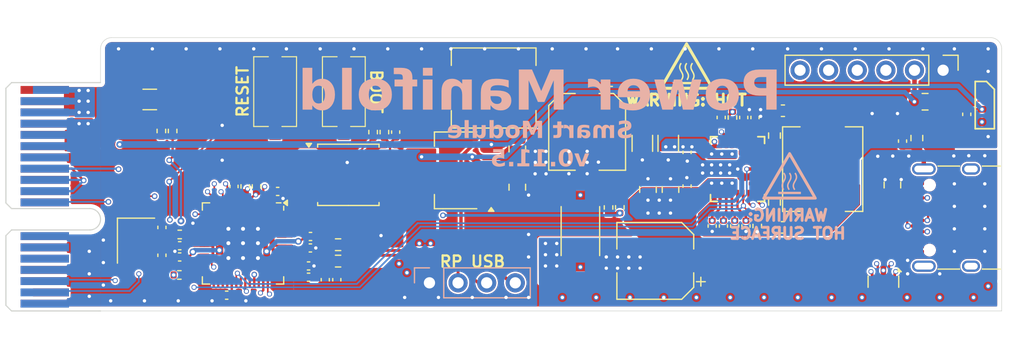
<source format=kicad_pcb>
(kicad_pcb (version 20240108) (generator "pcbnew") (generator_version "8.0")
  (title_block (date "2024-06-29") (rev "v0.11.5"))
  (layers (0 "F.Cu" signal) (1 "In1.Cu" power) (2 "In2.Cu" power) (31 "B.Cu" signal) (34 "B.Paste" user) (35 "F.Paste" user) (36 "B.SilkS" user "B.Silkscreen") (37 "F.SilkS" user "F.Silkscreen") (38 "B.Mask" user) (39 "F.Mask" user) (44 "Edge.Cuts" user))
  (net 0 "")
  (net 1 "VCC")
  (net 2 "GND")
  (net 3 "Net-(C3-Pad1)")
  (net 4 "VIN")
  (net 5 "IMON")
  (net 6 "VBUS")
  (net 7 "Net-(U4-ICOMP)")
  (net 8 "GNDUSB")
  (net 9 "D-")
  (net 10 "D+")
  (net 11 "CC1")
  (net 12 "CC2")
  (net 13 "Net-(C18-Pad1)")
  (net 14 "LED_DIN")
  (net 15 "+5V")
  (net 16 "Net-(C23-Pad2)")
  (net 17 "SCL")
  (net 18 "ENABLE")
  (net 19 "SDA")
  (net 20 "VDD")
  (net 21 "OVERLOAD")
  (net 22 "ALERT")
  (net 24 "/INDUCTOR")
  (net 25 "/OUTDUCTOR")
  (net 26 "/EMI_VIN")
  (net 27 "/XIN")
  (net 28 "+1V1")
  (net 29 "RP_D-")
  (net 30 "/SWCLK")
  (net 31 "/SWD")
  (net 32 "/QSPI_SS")
  (net 33 "/XOUT")
  (net 34 "/QSPI_SD1")
  (net 35 "/QSPI_SD2")
  (net 36 "/QSPI_SD3")
  (net 37 "/QSPI_SD0")
  (net 38 "/QSPI_SCLK")
  (net 39 "/GPIO18")
  (net 40 "/GPIO15")
  (net 41 "/GPIO7")
  (net 42 "/GPIO25")
  (net 43 "/GPIO3")
  (net 44 "/GPIO11")
  (net 45 "/GPIO2")
  (net 46 "/GPIO0")
  (net 47 "/RUN")
  (net 48 "/GPIO8")
  (net 49 "/GPIO16")
  (net 50 "/GPIO20")
  (net 51 "/GPIO19")
  (net 52 "/GPIO14")
  (net 53 "/GPIO17")
  (net 54 "Net-(U4-BST1)")
  (net 55 "/GPIO6")
  (net 56 "/GPIO13")
  (net 57 "/GPIO10")
  (net 58 "/GPIO21")
  (net 59 "/GPIO23")
  (net 60 "/GPIO9")
  (net 61 "Net-(U3-USB_DP)")
  (net 62 "Net-(U3-USB_DM)")
  (net 64 "/VIN_PREFUSE")
  (net 65 "Net-(U4-BST2)")
  (net 66 "VIN_DIVIDER")
  (net 67 "VOUT_DIVIDER")
  (net 68 "RP_D+")
  (net 69 "Net-(J4-SHIELD)")
  (net 79 "Net-(R4-Pad1)")
  (net 80 "/GPIO27_ADC1")
  (net 81 "Net-(R1-Pad2)")
  (net 82 "+3.3V")
  (net 84 "Net-(U4-GPIO1)")
  (footprint "Capacitor_SMD:C_0402_1005Metric" (layer "F.Cu") (at 92.1 33.1 90)
    (property "Reference" "C7" (hide yes))
    (property "Value" "2.2uF")
  )
  (footprint "Connector_USB:USB_C_Receptacle_XKB_U262-16XN-4BVC11" (layer "F.Cu") (at 110.2 42 90)
    (property "Reference" "J4" (hide yes))
    (property "Value" "USB_C_Receptacle_USB2.0_14P")
  )
  (footprint "Resistor_SMD:R_0603_1608Metric" (layer "F.Cu") (at 106.47 34.93 90)
    (property "Reference" "R18" (hide yes))
    (property "Value" "100K")
  )
  (footprint "Capacitor_SMD:C_1206_3216Metric" (layer "F.Cu") (at 82.1 35.4 -90)
    (property "Reference" "C13" (hide yes))
    (property "Value" "4.7uF")
  )
  (footprint "Resistor_SMD:R_0402_1005Metric" (layer "F.Cu") (at 58.2 34.4 90)
    (property "Reference" "R1" (hide yes))
    (property "Value" "1K")
  )
  (footprint "Capacitor_SMD:C_0402_1005Metric" (layer "F.Cu") (at 41.03 44.5 180)
    (property "Reference" "C25" (hide yes))
    (property "Value" "100nF")
  )
  (footprint "Local Library:XKB_TS-1101_SWITCH" (layer "F.Cu") (at 55.6 30.8 -90)
    (property "Reference" "SW1" (hide yes))
    (property "Value" "BOOT")
  )
  (footprint "Inductor_SMD:L_Sunlord_MWSA0603S" (layer "F.Cu") (at 98.11 37.69 -90)
    (property "Reference" "L2" (hide yes))
    (property "Value" "4.7uH")
  )
  (footprint "Resistor_SMD:R_0402_1005Metric" (layer "F.Cu") (at 79.1 41.1 90)
    (property "Reference" "R17" (hide yes))
    (property "Value" "3.3K")
  )
  (footprint "Capacitor_SMD:C_0402_1005Metric" (layer "F.Cu") (at 86.07 36.2 -90)
    (property "Reference" "C14" (hide yes))
    (property "Value" "100nF")
  )
  (footprint "Resistor_SMD:R_0402_1005Metric" (layer "F.Cu") (at 41 47.1)
    (property "Reference" "R4" (hide yes))
    (property "Value" "1K")
  )
  (footprint "Capacitor_SMD:C_0402_1005Metric" (layer "F.Cu") (at 39.45 45.35 -90)
    (property "Reference" "C3" (hide yes))
    (property "Value" "39pF")
  )
  (footprint "Capacitor_SMD:C_0402_1005Metric" (layer "F.Cu") (at 91.3 42.75 -90)
    (property "Reference" "C33" (hide yes))
    (property "Value" "470pF")
  )
  (footprint "Local Library:HOT_SURFACE_SMALL" (layer "F.Cu") (at 86.2 30.734249)
    (property "Reference" "REF**" (hide yes))
    (property "Value" "HOT_SURFACE_SMALL")
  )
  (footprint "Resistor_SMD:R_0402_1005Metric" (layer "F.Cu") (at 92.3 42.75 -90)
    (property "Reference" "R5" (hide yes))
    (property "Value" "10K")
  )
  (footprint "Capacitor_SMD:CP_Elec_6.3x7.7" (layer "F.Cu") (at 83.25 45.85 180)
    (property "Reference" "C29" (hide yes))
    (property "Value" "100uF")
  )
  (footprint "Capacitor_SMD:C_0402_1005Metric" (layer "F.Cu") (at 54.975 47.525 90)
    (property "Reference" "C30" (hide yes))
    (property "Value" "100nF")
  )
  (footprint "Package_TO_SOT_SMD:SOT-223-3_TabPin2" (layer "F.Cu") (at 65.55 37.8 180)
    (property "Reference" "U1" (hide yes))
    (property "Value" "AMS1117-3.3")
  )
  (footprint "Resistor_SMD:R_0603_1608Metric" (layer "F.Cu") (at 93.83 34.71 90)
    (property "Reference" "R7" (hide yes))
    (property "Value" "10R")
  )
  (footprint "Capacitor_SMD:C_0402_1005Metric" (layer "F.Cu") (at 52.47 47.3)
    (property "Reference" "C16" (hide yes))
    (property "Value" "2.2uF")
  )
  (footprint "Capacitor_SMD:C_0402_1005Metric" (layer "F.Cu") (at 52.64 43.68)
    (property "Reference" "C6" (hide yes))
    (property "Value" "100nF")
  )
  (footprint "Capacitor_SMD:C_0402_1005Metric" (layer "F.Cu") (at 52.63 44.7)
    (property "Reference" "C15" (hide yes))
    (property "Value" "100nF")
  )
  (footprint "Capacitor_SMD:C_0402_1005Metric" (layer "F.Cu") (at 41.025 45.5 180)
    (property "Reference" "C9" (hide yes))
    (property "Value" "100nF")
  )
  (footprint "Capacitor_SMD:C_0805_2012Metric" (layer "F.Cu") (at 71 35.9 -90)
    (property "Reference" "C1" (hide yes))
    (property "Value" "10uF")
  )
  (footprint "Resistor_SMD:R_0402_1005Metric" (layer "F.Cu") (at 47.85 39.23 -90)
    (property "Reference" "R11" (hide yes))
    (property "Value" "10K")
  )
  (footprint "Resistor_SMD:R_0402_1005Metric" (layer "F.Cu") (at 80.1 41.09 -90)
    (property "Reference" "R16" (hide yes))
    (property "Value" "22K")
  )
  (footprint "Resistor_SMD:R_0402_1005Metric" (layer "F.Cu") (at 40.4 34.3 -90)
    (property "Reference" "R14" (hide yes))
    (property "Value" "22K")
  )
  (footprint "Capacitor_SMD:C_0402_1005Metric" (layer "F.Cu") (at 49.725 39.675)
    (property "Reference" "C17" (hide yes))
    (property "Value" "100nF")
  )
  (footprint "Capacitor_SMD:C_0402_1005Metric" (layer "F.Cu") (at 86.07 39.2 90)
    (property "Reference" "C26" (hide yes))
    (property "Value" "100nF")
  )
  (footprint "Capacitor_SMD:C_0402_1005Metric" (layer "F.Cu") (at 110.9 32.82 -90)
    (property "Reference" "C37" (hide yes))
    (property "Value" "2.2uF")
  )
  (footprint "Capacitor_SMD:C_0402_1005Metric" (layer "F.Cu") (at 105.2 35.2 90)
    (property "Reference" "C35" (hide yes))
    (property "Value" "100nF")
  )
  (footprint "Connector_PCBEdge:BUS_PCIexpress_x1" (layer "F.Cu") (at 29.05 30.65 -90)
    (property "Reference" "J2" (hide yes))
    (property "Value" "Bus_PCI_Express_x1")
    (fp_line (start -0.15 3.45) (end 10.05 3.45) (stroke (width 0.1)) (layer "Edge.Cuts"))
    (fp_line (start 12.95 3.45) (end 19.15 3.45) (stroke (width 0.1)) (layer "Edge.Cuts"))
    (fp_line (start -0.65 2.95) (end -0.15 3.45) (stroke (width 0.1)) (layer "Edge.Cuts"))
    (fp_line (start 10.55 2.95) (end 10.05 3.45) (stroke (width 0.1)) (layer "Edge.Cuts"))
    (fp_line (start 12.45 2.95) (end 12.95 3.45) (stroke (width 0.1)) (layer "Edge.Cuts"))
    (fp_line (start 19.65 2.95) (end 19.15 3.45) (stroke (width 0.1)) (layer "Edge.Cuts"))
    (fp_line (start 10.55 -4) (end 10.55 2.95) (stroke (width 0.1)) (layer "Edge.Cuts"))
    (fp_line (start 12.45 -4) (end 12.45 2.95) (stroke (width 0.1)) (layer "Edge.Cuts"))
    (fp_line (start -0.65 -4.95) (end -0.65 2.95) (stroke (width 0.1)) (layer "Edge.Cuts"))
    (fp_line (start 19.65 -4.95) (end 19.65 2.95) (stroke (width 0.1)) (layer "Edge.Cuts"))
    (fp_arc (start 10.55 -4) (mid 11.5 -4.95) (end 12.45 -4) (stroke (width 0.1)) (layer "Edge.Cuts"))
  )
  (footprint "Capacitor_SMD:C_0805_2012Metric" (layer "F.Cu") (at 104.3 39.1 -90)
    (property "Reference" "C28" (hide yes))
    (property "Value" "10uF")
  )
  (footprint "Capacitor_SMD:C_0402_1005Metric" (layer "F.Cu") (at 90.3 42.75 -90)
    (property "Reference" "C31" (hide yes))
    (property "Value" "470pF")
  )
  (footprint "Resistor_SMD:R_0402_1005Metric" (layer "F.Cu") (at 46.85 39.23 -90)
    (property "Reference" "R13" (hide yes))
    (property "Value" "10K")
  )
  (footprint "Capacitor_SMD:C_0805_2012Metric" (layer "F.Cu") (at 82.6 39.5 90)
    (property "Reference" "C21" (hide yes))
    (property "Value" "10uF")
  )
  (footprint "Local Library:MPQ4242_QNF-22_4mmx5mm" (layer "F.Cu") (at 90.55 37.685)
    (property "Reference" "U4" (hide yes))
    (property "Value" "MPQ4242")
  )
  (footprint "Fuse:Fuse_1206_3216Metric" (layer "F.Cu") (at 38.37 31.5 180)
    (property "Reference" "F1" (hide yes))
    (property "Value" "8A")
  )
  (footprint "Capacitor_SMD:C_0402_1005Metric" (layer "F.Cu") (at 89.3 42.75 -90)
    (property "Reference" "C32" (hide yes))
    (property "Value" "470pF")
  )
  (footprint "Capacitor_SMD:C_0805_2012Metric" (layer "F.Cu") (at 84.6 39.5 90)
    (property "Reference" "C24" (hide yes))
    (property "Value" "10uF")
  )
  (footprint "Capacitor_SMD:C_0402_1005Metric" (layer "F.Cu") (at 88.3 42.75 -90)
    (property "Reference" "C34" (hide yes))
    (property "Value" "470pF")
  )
  (footprint "Connector_PinHeader_2.54mm:PinHeader_1x06_P2.54mm_Vertical" (layer "F.Cu") (at 108.8 28.9 -90)
    (property "Reference" "J1" (hide yes))
    (property "Value" "Conn_01x06_Pin")
  )
  (footprint "Capacitor_SMD:C_0402_1005Metric" (layer "F.Cu") (at 91.1 33.1 90)
    (property "Reference" "C8" (hide yes))
    (property "Value" "470pF")
  )
  (footprint "Capacitor_SMD:CP_Elec_6.3x7.7" (layer "F.Cu") (at 77.2 34.38 -90)
    (property "Reference" "C11" (hide yes))
    (property "Value" "100uF")
  )
  (footprint "Package_DFN_QFN:QFN-56-1EP_7x7mm_P0.4mm_EP3.2x3.2mm" (layer "F.Cu") (at 46.65 44.3 -90)
    (property "Reference" "U3" (hide yes))
    (property "Value" "RP2040")
  )
  (footprint "Crystal:Crystal_SMD_3225-4Pin_3.2x2.5mm" (layer "F.Cu") (at 37.15 44.05 -90)
    (property "Reference" "Y1" (hide yes))
    (property "Value" "X322512MSB4SI")
  )
  (footprint "Capacitor_SMD:C_0805_2012Metric" (layer "F.Cu") (at 71 39.3 -90)
    (property "Reference" "C4" (hide yes))
    (property "Value" "10uF")
  )
  (footprint "Resistor_SMD:R_0402_1005Metric" (layer "F.Cu") (at 59.2 34.4 90)
    (property "Reference" "R2" (hide yes))
    (property "Value" "10K")
  )
  (footprint "Resistor_SMD:R_0402_1005Metric" (layer "F.Cu") (at 90.1 33.1 -90)
    (property "Reference" "R8" (hide yes))
    (property "Value" "4.7K")
  )
  (footprint "Resistor_SMD:R_0603_1608Metric" (layer "F.Cu") (at 93.83 40.66 90)
    (property "Reference" "R12" (hide yes))
    (property "Value" "0R")
  )
  (footprint "Local Library:LED_Neopixel_Side_Light_SK6812" (layer "F.Cu") (at 112.25 33.5 90)
    (property "Reference" "D2" (hide yes))
    (property "Value" "STATUS_LED")
  )
  (footprint "Capacitor_SMD:C_0603_1608Metric" (layer "F.Cu") (at 94.58 42.87 180)
    (property "Reference" "C23" (hide yes))
    (property "Value" "220nF")
  )
  (footprint "Capacitor_SMD:C_1206_3216Metric" (layer "F.Cu") (at 84.4 35.4 -90)
    (property "Reference" "C12" (hide yes))
    (property "Value" "4.7uF")
  )
  (footprint "Capacitor_SMD:C_0402_1005Metric" (layer "F.Cu") (at 45.2 48.9 180)
    (property "Reference" "C20" (hide yes))
    (property "Value" "100nF")
  )
  (footprint "Resistor_SMD:R_0603_1608Metric" (layer "F.Cu") (at 55.09 45.87 180)
    (property "Reference" "R10" (hide yes))
    (property "Value" "27R")
  )
  (footprint "Capacitor_SMD:C_0402_1005Metric" (layer "F.Cu") (at 52.47 46.3)
    (property "Reference" "C10" (hide yes))
    (property "Value" "2.2uF")
  )
  (footprint "Resistor_SMD:R_2512_6332Metric" (layer "F.Cu") (at 76.6 43.2 -90)
    (property "Reference" "R6" (hide yes))
    (property "Value" "R010")
  )
  (footprint "Capacitor_SMD:C_0402_1005Metric" (layer "F.Cu") (at 53.95 47.525 90)
    (property "Reference" "C27" (hide yes))
    (property "Value" "100nF")
  )
  (footprint "Package_SO:SOIC-8_5.23x5.23mm_P1.27mm" (layer "F.Cu") (at 56 38.2)
    (property "Reference" "U2" (hide yes))
    (property "Value" "W25Q32JVSSIQ")
  )
  (footprint "Resistor_SMD:R_0603_1608Metric" (layer "F.Cu") (at 55.09 44.41 180)
    (property "Reference" "R9" (hide yes))
    (property "Value" "27R")
  )
  (footprint "Resistor_SMD:R_0402_1005Metric" (layer "F.Cu") (at 39.4 34.3 90)
    (property "Reference" "R15" (hide yes))
    (property "Value" "2K")
  )
  (footprint "Capacitor_SMD:C_0805_2012Metric" (layer "F.Cu") (at 107.2 31.7)
    (property "Reference" "C36" (hide yes))
    (property "Value" "10uF")
  )
  (footprint "Local Library:XKB_TS-1101_SWITCH" (layer "F.Cu") (at 49.5 30.8 -90)
    (property "Reference" "SW2" (hide yes))
    (property "Value" "RESET")
  )
  (footprint "Capacitor_SMD:C_0402_1005Metric" (layer "F.Cu") (at 60.2 34.4 90)
    (property "Reference" "C5" (hide yes))
    (property "Value" "100nF")
  )
  (footprint "Capacitor_SMD:C_0603_1608Metric" (layer "F.Cu") (at 94.58 32.5)
    (property "Reference" "C18" (hide yes))
    (property "Value" "220nF")
  )
  (footprint "Capacitor_SMD:C_0402_1005Metric" (layer "F.Cu") (at 89.1 33.1 -90)
    (property "Reference" "C19" (hide yes))
    (property "Value" "4.7nF")
  )
  (footprint "Package_DFN_QFN:Diodes_UDFN-10_1.0x2.5mm_P0.5mm" (layer "F.Cu") (at 103.5 47.7 -90)
    (property "Reference" "D1" (hide yes))
    (property "Value" "TPD4EUSB30")
  )
  (footprint "Inductor_SMD:L_Sunlord_MWSA0603S" (layer "F.Cu") (at 68.9 30.48)
    (property "Reference" "L1" (hide yes))
    (property "Value" "4.7uH")
  )
  (footprint "Resistor_SMD:R_0402_1005Metric" (layer "F.Cu") (at 41.03 43.5 180)
    (property "Reference" "R3" (hide yes))
    (property "Value" "1K")
  )
  (footprint "Capacitor_SMD:C_0402_1005Metric" (layer "F.Cu") (at 45.85 39.23 90)
    (property "Reference" "C22" (hide yes))
    (property "Value" "100nF")
  )
  (footprint "Capacitor_SMD:C_0402_1005Metric" (layer "F.Cu") (at 39.45 42.875 90)
    (property "Reference" "C2" (hide yes))
    (property "Value" "39pF")
  )
  (footprint "Local Library:HOT_SURFACE_SMALL" (layer "B.Cu") (at 95 40.5 180)
    (property "Reference" "REF**" (hide yes))
    (property "Value" "HOT_SURFACE_SMALL")
  )
  (footprint "Connector_PinHeader_2.54mm:PinHeader_1x04_P2.54mm_Vertical" (layer "B.Cu") (at 63.2 47.8 -90)
    (property "Reference" "J3" (hide yes))
    (property "Value" "RP_USB")
  )
  (gr_arc (start 34 27) (mid 34.292893 26.292893) (end 35 26) (stroke (width 0.05)) (layer "Edge.Cuts"))
  (gr_arc (start 113 26) (mid 113.707107 26.292893) (end 114 27) (stroke (width 0.05)) (layer "Edge.Cuts"))
  (gr_line (start 35 26) (end 113 26) (stroke (width 0.05)) (layer "Edge.Cuts"))
  (gr_line (start 114 27) (end 114 50.3) (stroke (width 0.05)) (layer "Edge.Cuts"))
  (gr_line (start 114 50.3) (end 34 50.3) (stroke (width 0.05)) (layer "Edge.Cuts"))
  (gr_line (start 34 27) (end 34 30) (stroke (width 0.05)) (layer "Edge.Cuts"))
  (gr_text "WARNING:\nHOT SURFACE" (at 95 44 0) (layer "B.SilkS") (effects (font (size 1 1) (thickness 0.25) (bold yes)) (justify bottom mirror)))
  (gr_text "Smart Module\n${REVISION}" (at 73 37.7 0) (layer "B.SilkS") (effects (font (size 1.5 1.5) (thickness 0.3) (bold yes)) (justify bottom mirror)))
  (gr_text "Power Manifold" (at 73 33 0) (layer "B.SilkS") (effects (font (size 3.5 3.5) (thickness 0.2) (bold yes) (italic yes)) (justify bottom mirror)))
  (gr_text "BOOT" (at 57.9 30.8 270) (layer "F.SilkS") (effects (font (size 1 1) (thickness 0.2) (bold yes)) (justify bottom)))
  (gr_text "RP USB" (at 64 46.5 -0) (layer "F.SilkS") (effects (font (size 1 1) (thickness 0.2) (bold yes)) (justify left bottom)))
  (gr_text "WARNING: HOT" (at 86 32.15 0) (layer "F.SilkS") (effects (font (size 1 1) (thickness 0.25) (bold yes)) (justify bottom)))
  (gr_text "RESET" (at 47.2 30.8 90) (layer "F.SilkS") (effects (font (size 1 1) (thickness 0.2) (bold yes)) (justify bottom)))
  (segment (start 91.05 35.36) (end 91.05 34.63) (width 0.25) (layer "F.Cu") (net 1))
  (segment (start 91.05 34.63) (end 92.1 33.58) (width 0.25) (layer "F.Cu") (net 1))
  (segment (start 86.07 36.96) (end 86.09 36.98) (width 0.2) (layer "F.Cu") (net 2))
  (segment (start 89.13 34.38) (end 89.13 34.39) (width 0.25) (layer "F.Cu") (net 2))
  (segment (start 86.07 38.45) (end 86.05 38.45) (width 0.2) (layer "F.Cu") (net 2))
  (segment (start 86.07 36.95) (end 86.07 36.96) (width 0.2) (layer "F.Cu") (net 2))
  (segment (start 89.55 34.81) (end 89.55 35.36) (width 0.25) (layer "F.Cu") (net 2))
  (segment (start 89.13 34.39) (end 89.55 34.81) (width 0.25) (layer "F.Cu") (net 2))
  (via (at 59.5 27) (size 0.5) (drill 0.3) (layers "F.Cu" "B.Cu") (net 2))
  (via (at 95 27) (size 0.5) (drill 0.3) (layers "F.Cu" "B.Cu") (net 2))
  (via (at 105.6 49.1) (size 0.5) (drill 0.3) (layers "F.Cu" "B.Cu") (net 2))
  (via (at 55.9 37.1) (size 0.5) (drill 0.3) (layers "F.Cu" "B.Cu") (net 2))
  (via (at 45.35 45.6) (size 0.6) (drill 0.35) (layers "F.Cu" "B.Cu") (net 2))
  (via (at 92.6 32.4) (size 0.45) (drill 0.3) (layers "F.Cu" "B.Cu") (net 2))
  (via (at 44.8 33.8) (size 0.5) (drill 0.3) (layers "F.Cu" "B.Cu") (net 2))
  (via (at 72.6 36.11) (size 0.5) (drill 0.3) (layers "F.Cu" "B.Cu") (net 2))
  (via (at 52.95 46.3) (size 0.5) (drill 0.3) (layers "F.Cu" "B.Cu") (net 2))
  (via (at 37.9 49.4) (size 0.5) (drill 0.3) (layers "F.Cu" "B.Cu") (net 2))
  (via (at 74.1 27) (size 0.5) (drill 0.3) (layers "F.Cu" "B.Cu") (net 2))
  (via (at 46.9 49.4) (size 0.5) (drill 0.3) (layers "F.Cu" "B.Cu") (net 2))
  (via (at 107 27) (size 0.5) (drill 0.3) (layers "F.Cu" "B.Cu") (net 2))
  (via (at 103.5 46.7) (size 0.45) (drill 0.3) (layers "F.Cu" "B.Cu") (net 2))
  (via (at 82.9 27) (size 0.5) (drill 0.3) (layers "F.Cu" "B.Cu") (net 2))
  (via (at 112.8 29) (size 0.5) (drill 0.3) (layers "F.Cu" "B.Cu") (net 2))
  (via (at 91.6 32.4) (size 0.45) (drill 0.3) (layers "F.Cu" "B.Cu") (net 2))
  (via (at 88.9 27) (size 0.5) (drill 0.3) (layers "F.Cu" "B.Cu") (net 2))
  (via (at 86.09 36.98) (size 0.5) (drill 0.3) (layers "F.Cu" "B.Cu") (net 2))
  (via (at 72 45.5) (size 0.5) (drill 0.3) (layers "F.Cu" "B.Cu") (net 2))
  (via (at 70 49.1) (size 0.5) (drill 0.3) (layers "F.Cu" "B.Cu") (net 2))
  (via (at 53.5 27) (size 0.5) (drill 0.3) (layers "F.Cu" "B.Cu") (net 2))
  (via (at 104.75 32.75) (size 0.45) (drill 0.3) (layers "F.Cu" "B.Cu") (net 2))
  (via (at 72 43.5) (size 0.5) (drill 0.3) (layers "F.Cu" "B.Cu") (net 2))
  (via (at 73.55 36.11) (size 0.5) (drill 0.3) (layers "F.Cu" "B.Cu") (net 2))
  (via (at 92.6 33) (size 0.45) (drill 0.3) (layers "F.Cu" "B.Cu") (net 2))
  (via (at 87.45 37.315) (size 0.45) (drill 0.3) (layers "F.Cu" "B.Cu") (net 2))
  (via (at 64 49.1) (size 0.5) (drill 0.3) (layers "F.Cu" "B.Cu") (net 2))
  (via (at 84 49.1) (size 0.5) (drill 0.3) (layers "F.Cu" "B.Cu") (net 2))
  (via (at 46.65 43) (size 0.6) (drill 0.35) (layers "F.Cu" "B.Cu") (net 2))
  (via (at 89.85 37.315) (size 0.45) (drill 0.3) (layers "F.Cu" "B.Cu") (net 2))
  (via (at 111.5 49.1) (size 0.5) (drill 0.3) (layers "F.Cu" "B.Cu") (net 2))
  (via (at 41.6 27) (size 0.5) (drill 0.3) (layers "F.Cu" "B.Cu") (net 2))
  (via (at 86.05 38.45) (size 0.5) (drill 0.3) (layers "F.Cu" "B.Cu") (net 2))
  (via (at 101 27) (size 0.5) (drill 0.3) (layers "F.Cu" "B.Cu") (net 2))
  (via (at 77.2 37.09) (size 0.5) (drill 0.3) (layers "F.Cu" "B.Cu") (net 2))
  (via (at 34.25 48) (size 0.5) (drill 0.3) (layers "F.Cu" "B.Cu") (net 2))
  (via (at 79.9 27) (size 0.5) (drill 0.3) (layers "F.Cu" "B.Cu") (net 2))
  (via (at 86.9 49.1) (size 0.5) (drill 0.3) (layers "F.Cu" "B.Cu") (net 2))
  (via (at 81 49.1) (size 0.5) (drill 0.3) (layers "F.Cu" "B.Cu") (net 2))
  (via (at 112.8 27) (size 0.5) (drill 0.3) (layers "F.Cu" "B.Cu") (net 2))
  (via (at 102.5 32.75) (size 0.45) (drill 0.3) (layers "F.Cu" "B.Cu") (net 2))
  (via (at 72 49.1) (size 0.5) (drill 0.3) (layers "F.Cu" "B.Cu") (net 2))
  (via (at 68.1 27) (size 0.5) (drill 0.3) (layers "F.Cu" "B.Cu") (net 2))
  (via (at 42.2 42.5) (size 0.5) (drill 0.3) (layers "F.Cu" "B.Cu") (net 2))
  (via (at 34.25 44) (size 0.5) (drill 0.3) (layers "F.Cu" "B.Cu") (net 2))
  (via (at 104 27) (size 0.5) (drill 0.3) (layers "F.Cu" "B.Cu") (net 2))
  (via (at 72.6 37.09) (size 0.5) (drill 0.3) (layers "F.Cu" "B.Cu") (net 2))
  (via (at 90.57 37.685) (size 0.45) (drill 0.3) (layers "F.Cu" "B.Cu") (net 2))
  (via (at 78.2 37.07) (size 0.5) (drill 0.3) (layers "F.Cu" "B.Cu") (net 2))
  (via (at 32.9 33.65) (size 0.5) (drill 0.3) (layers "F.Cu" "B.Cu") (net 2))
  (via (at 82.6 38.55) (size 0.5) (drill 0.3) (layers "F.Cu" "B.Cu") (net 2))
  (via (at 101.6 49.1) (size 0.5) (drill 0.3) (layers "F.Cu" "B.Cu") (net 2))
  (via (at 89.13 34.38) (size 0.45) (drill 0.3) (layers "F.Cu" "B.Cu") (net 2))
  (via (at 72.58 38.11) (size 0.5) (drill 0.3) (layers "F.Cu" "B.Cu") (net 2))
  (via (at 112.8 34.8) (size 0.5) (drill 0.3) (layers "F.Cu" "B.Cu") (net 2))
  (via (at 98 27) (size 0.5) (drill 0.3) (layers "F.Cu" "B.Cu") (net 2))
  (via (at 82.1 36.875) (size 0.5) (drill 0.3) (layers "F.Cu" "B.Cu") (net 2))
  (via (at 44.8 36.9) (size 0.5) (drill 0.3) (layers "F.Cu" "B.Cu") (net 2))
  (via (at 78 49.1) (size 0.5) (drill 0.3) (layers "F.Cu" "B.Cu") (net 2))
  (via (at 89.05 38.04) (size 0.45) (drill 0.3) (layers "F.Cu" "B.Cu") (net 2))
  (via (at 91.9 27) (size 0.5) (drill 0.3) (layers "F.Cu" "B.Cu") (net 2))
  (via (at 47.975 43) (size 0.6) (drill 0.35) (layers "F.Cu" "B.Cu") (net 2))
  (via (at 43.9 49.4) (size 0.5) (drill 0.3) (layers "F.Cu" "B.Cu") (net 2))
  (via (at 75.59 36.12) (size 0.5) (drill 0.3) (layers "F.Cu" "B.Cu") (net 2))
  (via (at 40.9 49.4) (size 0.5) (drill 0.3) (layers "F.Cu" "B.Cu") (net 2))
  (via (at 33 45) (size 0.5) (drill 0.3) (layers "F.Cu" "B.Cu") (net 2))
  (via (at 89.05 37.315) (size 0.45) (drill 0.3) (layers "F.Cu" "B.Cu") (net 2))
  (via (at 67 49.1) (size 0.5) (drill 0.3) (layers "F.Cu" "B.Cu") (net 2))
  (via (at 109.8 27) (size 0.5) (drill 0.3) (layers "F.Cu" "B.Cu") (net 2))
  (via (at 77.2 38.1) (size 0.5) (drill 0.3) (layers "F.Cu" "B.Cu") (net 2))
  (via (at 85.9 27) (size 0.5) (drill 0.3) (layers "F.Cu" "B.Cu") (net 2))
  (via (at 77.2 36.11) (size 0.5) (drill 0.3) (layers "F.Cu" "B.Cu") (net 2))
  (via (at 73.55 38.11) (size 0.5) (drill 0.3) (layers "F.Cu" "B.Cu") (net 2))
  (via (at 56.5 27) (size 0.5) (drill 0.3) (layers "F.Cu" "B.Cu") (net 2))
  (via (at 58.9 43.6) (size 0.5) (drill 0.3) (layers "F.Cu" "B.Cu") (net 2))
  (via (at 33 49) (size 0.5) (drill 0.3) (layers "F.Cu" "B.Cu") (net 2))
  (via (at 47.6 27) (size 0.5) (drill 0.3) (layers "F.Cu" "B.Cu") (net 2))
  (via (at 89.9 49.1) (size 0.5) (drill 0.3) (layers "F.Cu" "B.Cu") (net 2))
  (via (at 87.45 38.04) (size 0.45) (drill 0.3) (layers "F.Cu" "B.Cu") (net 2))
  (via (at 88.3 43.23) (size 0.45) (drill 0.3) (layers "F.Cu" "B.Cu") (net 2))
  (via (at 75.59 37.08) (size 0.5) (drill 0.3) (layers "F.Cu" "B.Cu") (net 2))
  (via (at 88.25 37.315) (size 0.45) (drill 0.3) (layers "F.Cu" "B.Cu") (net 2))
  (via (at 71.1 27) (size 0.5) (drill 0.3) (layers "F.Cu" "B.Cu") (net 2))
  (via (at 73.54 37.08) (size 0.5) (drill 0.3) (layers "F.Cu" "B.Cu") (net 2))
  (via (at 47.975 44.275) (size 0.6) (drill 0.35) (layers "F.Cu" "B.Cu") (net 2))
  (via (at 46.65 45.6) (size 0.6) (drill 0.35) (layers "F.Cu" "B.Cu") (net 2))
  (via (at 95.9 49.1) (size 0.5) (drill 0.3) (layers "F.Cu" "B.Cu") (net 2))
  (via (at 98.9 49.1) (size 0.5) (drill 0.3) (layers "F.Cu" "B.Cu") (net 2))
  (via (at 47.975 45.6) (size 0.6) (drill 0.35) (layers "F.Cu" "B.Cu") (net 2))
  (via (at 88.25 38.04) (size 0.45) (drill 0.3) (layers "F.Cu" "B.Cu") (net 2))
  (via (at 38.6 27) (size 0.5) (drill 0.3) (layers "F.Cu" "B.Cu") (net 2))
  (via (at 92.3 43.26) (size 0.5) (drill 0.3) (layers "F.Cu" "B.Cu") (net 2))
  (via (at 53.11 44.7) (size 0.5) (drill 0.3) (layers "F.Cu" "B.Cu") (net 2))
  (via (at 84.6 38.55) (size 0.5) (drill 0.3) (layers "F.Cu" "B.Cu") (net 2))
  (via (at 45.35 43) (size 0.6) (drill 0.35) (layers "F.Cu" "B.Cu") (net 2))
  (via (at 62.5 27) (size 0.5) (drill 0.3) (layers "F.Cu" "B.Cu") (net 2))
  (via (at 65.1 27) (size 0.5) (drill 0.3) (layers "F.Cu" "B.Cu") (net 2))
  (via (at 61 49.1) (size 0.5) (drill 0.3) (layers "F.Cu" "B.Cu") (net 2))
  (via (at 50.5 27) (size 0.5) (drill 0.3) (layers "F.Cu" "B.Cu") (net 2))
  (via (at 44.6 27) (size 0.5) (drill 0.3) (layers "F.Cu" "B.Cu") (net 2))
  (via (at 33 47) (size 0.5) (drill 0.3) (layers "F.Cu" "B.Cu") (net 2))
  (via (at 32.1 33.65) (size 0.5) (drill 0.3) (layers "F.Cu" "B.Cu") (net 2))
  (via (at 45.35 44.275) (size 0.6) (drill 0.35) (layers "F.Cu" "B.Cu") (net 2))
  (via (at 91.3 43.23) (size 0.45) (drill 0.3) (layers "F.Cu" "B.Cu") (net 2))
  (via (at 50.2 40.3) (size 0.5) (drill 0.3) (layers "F.Cu" "B.Cu") (net 2))
  (via (at 34.9 49.4) (size 0.5) (drill 0.3) (layers "F.Cu" "B.Cu") (net 2))
  (via (at 35.6 27) (size 0.5) (drill 0.3) (layers "F.Cu" "B.Cu") (net 2))
  (via (at 92.9 49.1) (size 0.5) (drill 0.3) (layers "F.Cu" "B.Cu") (net 2))
  (via (at 77.1 27) (size 0.5) (drill 0.3) (layers "F.Cu" "B.Cu") (net 2))
  (via (at 108.5 49.1) (size 0.5) (drill 0.3) (layers "F.Cu" "B.Cu") (net 2))
  (via (at 46.65 44.275) (size 0.6) (drill 0.35) (layers "F.Cu" "B.Cu") (net 2))
  (via (at 75.58 38.1) (size 0.5) (drill 0.3) (layers "F.Cu" "B.Cu") (net 2))
  (via (at 75 49.1) (size 0.5) (drill 0.3) (layers "F.Cu" "B.Cu") (net 2))
  (via (at 76.6 40) (size 0.5) (drill 0.3) (layers "F.Cu" "B.Cu") (net 2))
  (via (at 40.6 45) (size 0.5) (drill 0.3) (layers "F.Cu" "B.Cu") (net 2))
  (via (at 89.85 38.04) (size 0.45) (drill 0.3) (layers "F.Cu" "B.Cu") (net 2))
  (via (at 72 40) (size 0.5) (drill 0.3) (layers "F.Cu" "B.Cu") (net 2))
  (via (at 84.4 36.875) (size 0.5) (drill 0.3) (layers "F.Cu" "B.Cu") (net 2))
  (via (at 112.8 48.1) (size 0.5) (drill 0.3) (layers "F.Cu" "B.Cu") (net 2))
  (via (at 34.25 46) (size 0.5) (drill 0.3) (layers "F.Cu" "B.Cu") (net 2))
  (segment (start 39.45 44.87) (end 39.45 44.51) (width 0.15) (layer "F.Cu") (net 3))
  (segment (start 39.45 44.87) (end 38.28 44.87) (width 0.15) (layer "F.Cu") (net 3))
  (segment (start 39.45 44.51) (end 40.46 43.5) (width 0.15) (layer "F.Cu") (net 3))
  (segment (start 40.4 33.6) (end 40.4 32.91) (width 0.4) (layer "F.Cu") (net 4))
  (segment (start 47.65 47.065746) (end 47.648669 47.064415) (width 0.2) (layer "F.Cu") (net 5))
  (segment (start 47.65 47.7375) (end 47.65 47.065746) (width 0.2) (layer "F.Cu") (net 5))
  (segment (start 89.11 33.58) (end 90.09 32.6) (width 0.25) (layer "F.Cu") (net 5))
  (via (at 90.1 32.6) (size 0.5) (drill 0.3) (layers "F.Cu" "B.Cu") (net 5))
  (via (at 47.648669 47.064415) (size 0.5) (drill 0.3) (layers "F.Cu" "B.Cu") (net 5))
  (segment (start 80.1 40.58) (end 81.62 40.58) (width 0.25) (layer "F.Cu") (net 6))
  (segment (start 81.62 40.58) (end 81.75 40.45) (width 0.25) (layer "F.Cu") (net 6))
  (segment (start 81.75 40.45) (end 82.6 40.45) (width 0.25) (layer "F.Cu") (net 6))
  (via (at 84.6 41.6) (size 0.5) (drill 0.3) (layers "F.Cu" "B.Cu") (net 6))
  (via (at 84.6 40.45) (size 0.5) (drill 0.3) (layers "F.Cu" "B.Cu") (net 6))
  (via (at 82.6 40.45) (size 0.5) (drill 0.3) (layers "F.Cu" "B.Cu") (net 6))
  (via (at 88.25 38.94) (size 0.45) (drill 0.3) (layers "F.Cu" "B.Cu") (net 6))
  (via (at 83.6 41.6) (size 0.5) (drill 0.3) (layers "F.Cu" "B.Cu") (net 6))
  (via (at 83.6 40.45) (size 0.5) (drill 0.3) (layers "F.Cu" "B.Cu") (net 6))
  (via (at 90.07 38.94) (size 0.45) (drill 0.3) (layers "F.Cu" "B.Cu") (net 6))
  (via (at 89.15 38.94) (size 0.45) (drill 0.3) (layers "F.Cu" "B.Cu") (net 6))
  (via (at 82.6 41.6) (size 0.5) (drill 0.3) (layers "F.Cu" "B.Cu") (net 6))
  (segment (start 90.55 34.13) (end 90.55 35.36) (width 0.25) (layer "F.Cu") (net 7))
  (segment (start 91.1 33.58) (end 90.55 34.13) (width 0.25) (layer "F.Cu") (net 7))
  (segment (start 88.5 35.25) (end 88.5 35.485) (width 0.3) (layer "F.Cu") (net 8))
  (segment (start 88.5 35.485) (end 88.7 35.685) (width 0.3) (layer "F.Cu") (net 8))
  (via (at 88.5 35.25) (size 0.5) (drill 0.3) (layers "F.Cu" "B.Cu") (net 8))
  (via (at 108.5 47) (size 0.6) (drill 0.3) (layers "F.Cu" "B.Cu") (net 8))
  (via (at 73.5 44.3) (size 0.5) (drill 0.3) (layers "F.Cu" "B.Cu") (net 8))
  (via (at 78.9 46.5) (size 0.5) (drill 0.3) (layers "F.Cu" "B.Cu") (net 8))
  (via (at 80.9 45.5) (size 0.5) (drill 0.3) (layers "F.Cu" "B.Cu") (net 8))
  (via (at 81.9 46.5) (size 0.5) (drill 0.3) (layers "F.Cu" "B.Cu") (net 8))
  (via (at 79.9 46.5) (size 0.5) (drill 0.3) (layers "F.Cu" "B.Cu") (net 8))
  (via (at 112.5 39) (size 0.5) (drill 0.3) (layers "F.Cu" "B.Cu") (net 8))
  (via (at 112.5 36.5) (size 0.5) (drill 0.3) (layers "F.Cu" "B.Cu") (net 8))
  (via (at 74.5 46.3) (size 0.5) (drill 0.3) (layers "F.Cu" "B.Cu") (net 8))
  (via (at 73.5 46.3) (size 0.5) (drill 0.3) (layers "F.Cu" "B.Cu") (net 8))
  (via (at 104.33 36.53) (size 0.5) (drill 0.3) (layers "F.Cu" "B.Cu") (net 8))
  (via (at 78.9 45.5) (size 0.5) (drill 0.3) (layers "F.Cu" "B.Cu") (net 8))
  (via (at 74.5 44.3) (size 0.5) (drill 0.3) (layers "F.Cu" "B.Cu") (net 8))
  (via (at 109.8 39) (size 0.5) (drill 0.3) (layers "F.Cu" "B.Cu") (net 8))
  (via (at 109.8 43) (size 0.5) (drill 0.3) (layers "F.Cu" "B.Cu") (net 8))
  (via (at 74.5 45.3) (size 0.5) (drill 0.3) (layers "F.Cu" "B.Cu") (net 8))
  (via (at 109.8 45) (size 0.5) (drill 0.3) (layers "F.Cu" "B.Cu") (net 8))
  (via (at 81.9 45.5) (size 0.5) (drill 0.3) (layers "F.Cu" "B.Cu") (net 8))
  (via (at 76.6 46.4) (size 0.5) (drill 0.3) (layers "F.Cu" "B.Cu") (net 8))
  (via (at 109.8 41) (size 0.5) (drill 0.3) (layers "F.Cu" "B.Cu") (net 8))
  (via (at 112.5 45) (size 0.5) (drill 0.3) (layers "F.Cu" "B.Cu") (net 8))
  (via (at 105.65 45.8) (size 0.6) (drill 0.3) (layers "F.Cu" "B.Cu") (net 8))
  (via (at 105.08 38.62) (size 0.5) (drill 0.3) (layers "F.Cu" "B.Cu") (net 8))
  (via (at 73.5 45.3) (size 0.5) (drill 0.3) (layers "F.Cu" "B.Cu") (net 8))
  (via (at 112.5 43) (size 0.5) (drill 0.3) (layers "F.Cu" "B.Cu") (net 8))
  (via (at 111.08 36.5) (size 0.5) (drill 0.3) (layers "F.Cu" "B.Cu") (net 8))
  (via (at 80.9 46.5) (size 0.5) (drill 0.3) (layers "F.Cu" "B.Cu") (net 8))
  (via (at 109.75 36.52) (size 0.5) (drill 0.3) (layers "F.Cu" "B.Cu") (net 8))
  (via (at 103.65 38.62) (size 0.5) (drill 0.3) (layers "F.Cu" "B.Cu") (net 8))
  (via (at 112.5 41) (size 0.5) (drill 0.3) (layers "F.Cu" "B.Cu") (net 8))
  (via (at 105.75 36.53) (size 0.5) (drill 0.3) (layers "F.Cu" "B.Cu") (net 8))
  (via (at 103 36.55) (size 0.5) (drill 0.3) (layers "F.Cu" "B.Cu") (net 8))
  (via (at 79.9 45.5) (size 0.5) (drill 0.3) (layers "F.Cu" "B.Cu") (net 8))
  (via (at 105.65 47) (size 0.6) (drill 0.3) (layers "F.Cu" "B.Cu") (net 8))
  (segment (start 105.615 41.905) (end 105.76 41.76) (width 0.2) (layer "F.Cu") (net 9))
  (segment (start 102.9 46.1) (end 103 46.2) (width 0.2) (layer "F.Cu") (net 9))
  (segment (start 90.05 41.405) (end 90.05 40.01) (width 0.2) (layer "F.Cu") (net 9))
  (segment (start 105.76 41.76) (end 106.52 41.76) (width 0.2) (layer "F.Cu") (net 9))
  (segment (start 105.615 42.685) (end 105.615 41.905) (width 0.2) (layer "F.Cu") (net 9))
  (segment (start 103 46.2) (end 103 47.3125) (width 0.2) (layer "F.Cu") (net 9))
  (segment (start 90.3 41.655) (end 90.05 41.405) (width 0.2) (layer "F.Cu") (net 9))
  (segment (start 105.68 42.75) (end 105.615 42.685) (width 0.2) (layer "F.Cu") (net 9))
  (segment (start 106.51 42.75) (end 105.68 42.75) (width 0.2) (layer "F.Cu") (net 9))
  (segment (start 90.3 42.27) (end 90.3 41.655) (width 0.2) (layer "F.Cu") (net 9))
  (via (at 90.3 42.27) (size 0.5) (drill 0.3) (layers "F.Cu" "B.Cu") (net 9))
  (via (at 105.68 42.75) (size 0.5) (drill 0.3) (layers "F.Cu" "B.Cu") (net 9))
  (via (at 102.9 46.1) (size 0.45) (drill 0.3) (layers "F.Cu" "B.Cu") (net 9))
  (segment (start 89.3 42.27) (end 89.3 41.7) (width 0.2) (layer "F.Cu") (net 10))
  (segment (start 89.3 41.7) (end 89.55 41.45) (width 0.2) (layer "F.Cu") (net 10))
  (segment (start 107.27 41.26) (end 106.52 41.26) (width 0.2) (layer "F.Cu") (net 10))
  (segment (start 107.465 41.455) (end 107.27 41.26) (width 0.2) (layer "F.Cu") (net 10))
  (segment (start 107.4 42.25) (end 107.465 42.185) (width 0.2) (layer "F.Cu") (net 10))
  (segment (start 107.465 42.185) (end 107.465 41.455) (width 0.2) (layer "F.Cu") (net 10))
  (segment (start 89.55 41.45) (end 89.55 40.01) (width 0.2) (layer "F.Cu") (net 10))
  (segment (start 104 46.3) (end 104 47.3125) (width 0.2) (layer "F.Cu") (net 10))
  (segment (start 106.53 42.25) (end 107.4 42.25) (width 0.2) (layer "F.Cu") (net 10))
  (segment (start 104.2 46.1) (end 104 46.3) (width 0.2) (layer "F.Cu") (net 10))
  (via (at 107.4 42.25) (size 0.5) (drill 0.3) (layers "F.Cu" "B.Cu") (net 10))
  (via (at 104.2 46.1) (size 0.45) (drill 0.3) (layers "F.Cu" "B.Cu") (net 10))
  (via (at 89.3 42.27) (size 0.5) (drill 0.3) (layers "F.Cu" "B.Cu") (net 10))
  (segment (start 91.3 41.917463) (end 90.55 41.167463) (width 0.2) (layer "F.Cu") (net 11))
  (segment (start 90.55 41.167463) (end 90.55 40.01) (width 0.2) (layer "F.Cu") (net 11))
  (segment (start 102.4 46.8) (end 102.5 46.9) (width 0.2) (layer "F.Cu") (net 11))
  (segment (start 107.4 43.25) (end 106.53 43.25) (width 0.2) (layer "F.Cu") (net 11))
  (segment (start 102.5 46.9) (end 102.5 47.3125) (width 0.2) (layer "F.Cu") (net 11))
  (segment (start 91.3 42.27) (end 91.3 41.917463) (width 0.2) (layer "F.Cu") (net 11))
  (via (at 91.3 42.27) (size 0.45) (drill 0.3) (layers "F.Cu" "B.Cu") (net 11))
  (via (at 107.4 43.25) (size 0.5) (drill 0.3) (layers "F.Cu" "B.Cu") (net 11))
  (via (at 102.4 46.8) (size 0.45) (drill 0.3) (layers "F.Cu" "B.Cu") (net 11))
  (segment (start 88.3 42.27) (end 88.3 41.9) (width 0.2) (layer "F.Cu") (net 12))
  (segment (start 107.4 40.25) (end 107.39 40.26) (width 0.2) (layer "F.Cu") (net 12))
  (segment (start 89 41.2) (end 89 40.01) (width 0.2) (layer "F.Cu") (net 12))
  (segment (start 104.5 46.9) (end 104.5 47.3125) (width 0.2) (layer "F.Cu") (net 12))
  (segment (start 107.39 40.26) (end 106.52 40.26) (width 0.2) (layer "F.Cu") (net 12))
  (segment (start 104.6 46.8) (end 104.5 46.9) (width 0.2) (layer "F.Cu") (net 12))
  (segment (start 88.3 41.9) (end 89 41.2) (width 0.2) (layer "F.Cu") (net 12))
  (via (at 104.6 46.8) (size 0.45) (drill 0.3) (layers "F.Cu" "B.Cu") (net 12))
  (via (at 107.4 40.25) (size 0.5) (drill 0.3) (layers "F.Cu" "B.Cu") (net 12))
  (via (at 88.3 42.27) (size 0.45) (drill 0.3) (layers "F.Cu" "B.Cu") (net 12))
  (segment (start 93.83 33.885) (end 93.83 32.525) (width 0.6) (layer "F.Cu") (net 13))
  (segment (start 48.45 39.375) (end 48.45 40.8625) (width 0.2) (layer "F.Cu") (net 14))
  (segment (start 48.575 39.25) (end 48.45 39.375) (width 0.2) (layer "F.Cu") (net 14))
  (via (at 48.575 39.25) (size 0.45) (drill 0.3) (layers "F.Cu" "B.Cu") (net 14))
  (via (at 112.25 33.5) (size 0.5) (drill 0.3) (layers "F.Cu" "B.Cu") (net 14))
  (segment (start 32.5 38.7) (end 31.45 37.65) (width 0.2) (layer "F.Cu") (net 15))
  (segment (start 66 43.4) (end 70.4 47.8) (width 0.3) (layer "F.Cu") (net 15))
  (segment (start 71 34.95) (end 70.25 34.95) (width 0.6) (layer "F.Cu") (net 15))
  (segment (start 66 36.6) (end 66 43.4) (width 0.3) (layer "F.Cu") (net 15))
  (segment (start 69.7 35.5) (end 68.7 35.5) (width 0.6) (layer "F.Cu") (net 15))
  (segment (start 70.25 34.95) (end 69.7 35.5) (width 0.6) (layer "F.Cu") (net 15))
  (segment (start 70.4 47.8) (end 70.82 47.8) (width 0.3) (layer "F.Cu") (net 15))
  (segment (start 67.1 35.5) (end 66 36.6) (width 0.3) (layer "F.Cu") (net 15))
  (segment (start 68.7 35.5) (end 67.1 35.5) (width 0.3) (layer "F.Cu") (net 15))
  (segment (start 112.215 32.34) (end 112.25 32.375) (width 0.15) (layer "F.Cu") (net 15))
  (segment (start 31.45 37.65) (end 29.05 37.65) (width 0.2) (layer "F.Cu") (net 15))
  (segment (start 110.9 32.34) (end 112.215 32.34) (width 0.15) (layer "F.Cu") (net 15))
  (via (at 112.25 32.375) (size 0.5) (drill 0.3) (layers "F.Cu" "B.Cu") (net 15))
  (via (at 68.7 35.5) (size 0.5) (drill 0.3) (layers "F.Cu" "B.Cu") (net 15))
  (via (at 35.7 35.5) (size 0.5) (drill 0.3) (layers "F.Cu" "B.Cu") (net 15))
  (via (at 32.5 38.7) (size 0.5) (drill 0.3) (layers "F.Cu" "B.Cu") (net 15))
  (segment (start 112.225 32.375) (end 110.15 30.3) (width 0.4) (layer "B.Cu") (net 15))
  (segment (start 75.484747 30.3) (end 70.284747 35.5) (width 0.4) (layer "B.Cu") (net 15))
  (segment (start 70.284747 35.5) (end 68.7 35.5) (width 0.4) (layer "B.Cu") (net 15))
  (segment (start 110.15 30.3) (end 75.484747 30.3) (width 0.4) (layer "B.Cu") (net 15))
  (segment (start 32.45 38.65) (end 32.5 38.7) (width 0.2) (layer "B.Cu") (net 15))
  (segment (start 35.7 35.5) (end 68.7 35.5) (width 0.6) (layer "B.Cu") (net 15))
  (segment (start 31.55 39.65) (end 29.05 39.65) (width 0.2) (layer "B.Cu") (net 15))
  (segment (start 32.5 38.7) (end 31.55 39.65) (width 0.2) (layer "B.Cu") (net 15))
  (segment (start 29.05 38.65) (end 32.45 38.65) (width 0.2) (layer "B.Cu") (net 15))
  (segment (start 93.83 41.485) (end 93.83 42.845) (width 0.6) (layer "F.Cu") (net 16))
  (segment (start 37.126984 40.1) (end 33.576984 43.65) (width 0.15) (layer "F.Cu") (net 17))
  (segment (start 92.644413 40.89) (end 92.1 40.345587) (width 0.2) (layer "F.Cu") (net 17))
  (segment (start 92.75 40.89) (end 92.644413 40.89) (width 0.2) (layer "F.Cu") (net 17))
  (segment (start 38.8 40.1) (end 37.126984 40.1) (width 0.15) (layer "F.Cu") (net 17))
  (segment (start 47.05 39.45) (end 46.85 39.65) (width 0.2) (layer "F.Cu") (net 17))
  (segment (start 46.85 39.65) (end 46.85 40.8625) (width 0.2) (layer "F.Cu") (net 17))
  (segment (start 33.576984 43.65) (end 29.05 43.65) (width 0.15) (layer "F.Cu") (net 17))
  (via (at 38.8 40.1) (size 0.5) (drill 0.3) (layers "F.Cu" "B.Cu") (net 17))
  (via (at 92.75 40.89) (size 0.45) (drill 0.3) (layers "F.Cu" "B.Cu") (net 17))
  (via (at 47.05 39.45) (size 0.45) (drill 0.3) (layers "F.Cu" "B.Cu") (net 17))
  (segment (start 46.15 46.95) (end 46.05 47.05) (width 0.15) (layer "F.Cu") (net 18))
  (segment (start 46.05 47.05) (end 46.05 47.7375) (width 0.15) (layer "F.Cu") (net 18))
  (segment (start 92.2 37.685) (end 91.37 37.685) (width 0.3) (layer "F.Cu") (net 18))
  (via (at 46.15 46.95) (size 0.45) (drill 0.3) (layers "F.Cu" "B.Cu") (net 18))
  (via (at 91.37 37.685) (size 0.45) (drill 0.3) (layers "F.Cu" "B.Cu") (net 18))
  (segment (start 88.015 40.925) (end 90.405 40.925) (width 0.15) (layer "B.Cu") (net 18))
  (segment (start 47.1 47.9) (end 56.75 47.9) (width 0.15) (layer "B.Cu") (net 18))
  (segment (start 46.15 46.95) (end 47.1 47.9) (width 0.15) (layer "B.Cu") (net 18))
  (segment (start 91.37 39.96) (end 91.37 37.685) (width 0.15) (layer "B.Cu") (net 18))
  (segment (start 62.15 42.5) (end 86.44 42.5) (width 0.15) (layer "B.Cu") (net 18))
  (segment (start 56.75 47.9) (end 62.15 42.5) (width 0.15) (layer "B.Cu") (net 18))
  (segment (start 86.44 42.5) (end 88.015 40.925) (width 0.15) (layer "B.Cu") (net 18))
  (segment (start 90.405 40.925) (end 91.37 39.96) (width 0.15) (layer "B.Cu") (net 18))
  (segment (start 91.920958 40.909008) (end 91.736545 40.909008) (width 0.2) (layer "F.Cu") (net 19))
  (segment (start 47.67435 39.975) (end 47.25 40.39935) (width 0.2) (layer "F.Cu") (net 19))
  (segment (start 91.736545 40.909008) (end 91.55 40.722463) (width 0.2) (layer "F.Cu") (net 19))
  (segment (start 47.775 39.975) (end 47.67435 39.975) (width 0.2) (layer "F.Cu") (net 19))
  (segment (start 47.25 40.39935) (end 47.25 40.8625) (width 0.2) (layer "F.Cu") (net 19))
  (segment (start 91.55 40.722463) (end 91.55 40.01) (width 0.2) (layer "F.Cu") (net 19))
  (via (at 47.775 39.975) (size 0.45) (drill 0.3) (layers "F.Cu" "B.Cu") (net 19))
  (via (at 91.920958 40.909008) (size 0.45) (drill 0.3) (layers "F.Cu" "B.Cu") (net 19))
  (via (at 35.6 37.7) (size 0.5) (drill 0.3) (layers "F.Cu" "B.Cu") (net 19))
  (segment (start 35.6 37.7) (end 35.55 37.65) (width 0.2) (layer "B.Cu") (net 19))
  (segment (start 35.55 37.65) (end 29.05 37.65) (width 0.2) (layer "B.Cu") (net 19))
  (segment (start 46.95 48.55) (end 46.85 48.45) (width 0.15) (layer "F.Cu") (net 21))
  (segment (start 91.05 40.01) (end 91.05 40.925) (width 0.15) (layer "F.Cu") (net 21))
  (segment (start 46.85 48.45) (end 46.85 47.7375) (width 0.15) (layer "F.Cu") (net 21))
  (segment (start 91.075 41.015) (end 92.3 42.24) (width 0.15) (layer "F.Cu") (net 21))
  (segment (start 91.075 40.95) (end 91.075 41.015) (width 0.15) (layer "F.Cu") (net 21))
  (segment (start 91.05 40.925) (end 91.075 40.95) (width 0.15) (layer "F.Cu") (net 21))
  (via (at 46.95 48.55) (size 0.45) (drill 0.3) (layers "F.Cu" "B.Cu") (net 21))
  (via (at 42.3 48.2) (size 0.45) (drill 0.3) (layers "F.Cu" "B.Cu") (net 21))
  (via (at 35.3 47.6) (size 0.45) (drill 0.3) (layers "F.Cu" "B.Cu") (net 21))
  (via (at 91.075 40.95) (size 0.45) (drill 0.3) (layers "F.Cu" "B.Cu") (net 21))
  (segment (start 35.225 47.525) (end 29.175 47.525) (width 0.15) (layer "B.Cu") (net 21))
  (segment (start 90.8 41.225) (end 91.075 40.95) (width 0.15) (layer "B.Cu") (net 21))
  (segment (start 62.4 42.8) (end 86.564264 42.8) (width 0.15) (layer "B.Cu") (net 21))
  (segment (start 46.6 48.2) (end 46.5 48.2) (width 0.15) (layer "B.Cu") (net 21))
  (segment (start 42.3 48.2) (end 46.5 48.2) (width 0.15) (layer "B.Cu") (net 21))
  (segment (start 35.3 47.6) (end 35.225 47.525) (width 0.15) (layer "B.Cu") (net 21))
  (segment (start 46.5 48.2) (end 57 48.2) (width 0.15) (layer "B.Cu") (net 21))
  (segment (start 88.139264 41.225) (end 90.8 41.225) (width 0.15) (layer "B.Cu") (net 21))
  (segment (start 86.564264 42.8) (end 88.139264 41.225) (width 0.15) (layer "B.Cu") (net 21))
  (segment (start 46.95 48.55) (end 46.6 48.2) (width 0.15) (layer "B.Cu") (net 21))
  (segment (start 57 48.2) (end 62.4 42.8) (width 0.15) (layer "B.Cu") (net 21))
  (segment (start 42.4 41.7) (end 43.2125 41.7) (width 0.15) (layer "F.Cu") (net 22))
  (via (at 37.4 47) (size 0.45) (drill 0.3) (layers "F.Cu" "B.Cu") (net 22))
  (via (at 42.4 41.7) (size 0.5) (drill 0.3) (layers "F.Cu" "B.Cu") (net 22))
  (segment (start 36.575 48.525) (end 29.175 48.525) (width 0.15) (layer "B.Cu") (net 22))
  (segment (start 37.4 47) (end 37.4 47.7) (width 0.15) (layer "B.Cu") (net 22))
  (segment (start 37.4 47.7) (end 36.575 48.525) (width 0.15) (layer "B.Cu") (net 22))
  (via (at 86.5 35.71) (size 0.5) (drill 0.3) (layers "F.Cu" "B.Cu") (net 26))
  (via (at 85.71 35.71) (size 0.5) (drill 0.3) (layers "F.Cu" "B.Cu") (net 26))
  (via (at 88.25 36.35) (size 0.45) (drill 0.3) (layers "F.Cu" "B.Cu") (net 26))
  (via (at 84.18 35.71) (size 0.5) (drill 0.3) (layers "F.Cu" "B.Cu") (net 26))
  (via (at 84.96 35.71) (size 0.5) (drill 0.3) (layers "F.Cu" "B.Cu") (net 26))
  (via (at 89.15 36.35) (size 0.45) (drill 0.3) (layers "F.Cu" "B.Cu") (net 26))
  (via (at 90.07 36.35) (size 0.45) (drill 0.3) (layers "F.Cu" "B.Cu") (net 26))
  (segment (start 39.45 43.355) (end 39.775 43.355) (width 0.15) (layer "F.Cu") (net 27))
  (segment (start 37.225 43.875) (end 36.3 42.95) (width 0.15) (layer "F.Cu") (net 27))
  (segment (start 41.8 42.9) (end 42.6 43.7) (width 0.15) (layer "F.Cu") (net 27))
  (segment (start 38.93 43.875) (end 37.225 43.875) (width 0.15) (layer "F.Cu") (net 27))
  (segment (start 39.775 43.355) (end 40.23 42.9) (width 0.15) (layer "F.Cu") (net 27))
  (segment (start 40.23 42.9) (end 41.8 42.9) (width 0.15) (layer "F.Cu") (net 27))
  (segment (start 42.6 43.7) (end 43.2125 43.7) (width 0.15) (layer "F.Cu") (net 27))
  (segment (start 39.45 43.355) (end 38.93 43.875) (width 0.15) (layer "F.Cu") (net 27))
  (segment (start 51.557926 44.109905) (end 51.548021 44.1) (width 0.2) (layer "F.Cu") (net 28))
  (segment (start 51.730095 44.109905) (end 52.16 43.68) (width 0.2) (layer "F.Cu") (net 28))
  (segment (start 51.548021 44.1) (end 50.0875 44.1) (width 0.2) (layer "F.Cu") (net 28))
  (segment (start 51.557926 44.109905) (end 51.730095 44.109905) (width 0.2) (layer "F.Cu") (net 28))
  (segment (start 43.2125 44.9) (end 42.427818 44.9) (width 0.2) (layer "F.Cu") (net 28))
  (segment (start 50.0875 46.1) (end 51.79 46.1) (width 0.2) (layer "F.Cu") (net 28))
  (segment (start 42.427818 44.9) (end 41.827818 45.5) (width 0.2) (layer "F.Cu") (net 28))
  (segment (start 50.0875 46.1) (end 49.325 46.1) (width 0.2) (layer "F.Cu") (net 28))
  (segment (start 51.79 46.1) (end 51.99 46.3) (width 0.2) (layer "F.Cu") (net 28))
  (segment (start 41.827818 45.5) (end 41.505 45.5) (width 0.2) (layer "F.Cu") (net 28))
  (via (at 42.2 45.05) (size 0.6) (drill 0.35) (layers "F.Cu" "B.Cu") (net 28))
  (via (at 48.75 45) (size 0.6) (drill 0.35) (layers "F.Cu" "B.Cu") (net 28))
  (via (at 51.557926 44.109905) (size 0.6) (drill 0.35) (layers "F.Cu" "B.Cu") (net 28))
  (via (at 44.55 44.9) (size 0.6) (drill 0.35) (layers "F.Cu" "B.Cu") (net 28))
  (segment (start 42.2 45.05) (end 42.35 44.9) (width 0.4) (layer "B.Cu") (net 28))
  (segment (start 42.35 44.9) (end 44.55 44.9) (width 0.4) (layer "B.Cu") (net 28))
  (segment (start 48.75 45) (end 49.640095 44.109905) (width 0.4) (layer "B.Cu") (net 28))
  (segment (start 49.640095 44.109905) (end 51.557926 44.109905) (width 0.4) (layer "B.Cu") (net 28))
  (segment (start 57.142501 45.355) (end 64.424009 45.355) (width 0.25) (layer "F.Cu") (net 29))
  (segment (start 55.915 45.87) (end 56.627501 45.87) (width 0.25) (layer "F.Cu") (net 29))
  (segment (start 56.627501 45.87) (end 57.142501 45.355) (width 0.25) (layer "F.Cu") (net 29))
  (segment (start 65.74 46.670991) (end 65.74 47.8) (width 0.25) (layer "F.Cu") (net 29))
  (segment (start 64.424009 45.355) (end 65.74 46.670991) (width 0.25) (layer "F.Cu") (net 29))
  (segment (start 43.2125 45.3) (end 42.7 45.3) (width 0.15) (layer "F.Cu") (net 30))
  (segment (start 29.2 46.5) (end 41.5 46.5) (width 0.15) (layer "F.Cu") (net 30))
  (segment (start 42.7 45.3) (end 41.5 46.5) (width 0.15) (layer "F.Cu") (net 30))
  (segment (start 43.875 45.934706) (end 43.640294 45.7) (width 0.15) (layer "F.Cu") (net 31))
  (segment (start 43.640294 45.7) (end 43.2125 45.7) (width 0.15) (layer "F.Cu") (net 31))
  (segment (start 44.05 46.4) (end 43.875 46.225) (width 0.15) (layer "F.Cu") (net 31))
  (segment (start 43.875 46.225) (end 43.875 45.934706) (width 0.15) (layer "F.Cu") (net 31))
  (via (at 44.05 46.4) (size 0.45) (drill 0.3) (layers "F.Cu" "B.Cu") (net 31))
  (via (at 34.7 40.6) (size 0.5) (drill 0.3) (layers "F.Cu" "B.Cu") (net 31))
  (segment (start 34.7 40.6) (end 29.1 40.6) (width 0.15) (layer "B.Cu") (net 31))
  (segment (start 50.0875 41.7) (end 50.775 41.0125) (width 0.15) (layer "F.Cu") (net 32))
  (segment (start 50.775 37.825) (end 52.305 36.295) (width 0.15) (layer "F.Cu") (net 32))
  (segment (start 58.2 34.89) (end 59.2 33.89) (width 0.15) (layer "F.Cu") (net 32))
  (segment (start 58.2 34.91) (end 58.2 34.89) (width 0.15) (layer "F.Cu") (net 32))
  (segment (start 52.4 36.295) (end 56.815 36.295) (width 0.15) (layer "F.Cu") (net 32))
  (segment (start 56.815 36.295) (end 58.2 34.91) (width 0.15) (layer "F.Cu") (net 32))
  (segment (start 50.775 41.0125) (end 50.775 37.825) (width 0.15) (layer "F.Cu") (net 32))
  (segment (start 42.275 44.1) (end 43.2125 44.1) (width 0.15) (layer "F.Cu") (net 33))
  (segment (start 41.675 43.5) (end 42.275 44.1) (width 0.15) (layer "F.Cu") (net 33))
  (segment (start 51.075 41.57565) (end 51.075 38.525) (width 0.15) (layer "F.Cu") (net 34))
  (segment (start 51.075 38.525) (end 52.035 37.565) (width 0.15) (layer "F.Cu") (net 34))
  (segment (start 50.55065 42.1) (end 51.075 41.57565) (width 0.15) (layer "F.Cu") (net 34))
  (segment (start 50.0875 42.1) (end 50.55065 42.1) (width 0.15) (layer "F.Cu") (net 34))
  (segment (start 50.0875 42.5) (end 50.574914 42.5) (width 0.15) (layer "F.Cu") (net 35))
  (segment (start 50.574914 42.5) (end 51.375 41.699914) (width 0.15) (layer "F.Cu") (net 35))
  (segment (start 51.375 41.699914) (end 51.375 39.325) (width 0.15) (layer "F.Cu") (net 35))
  (segment (start 51.375 39.325) (end 51.865 38.835) (width 0.15) (layer "F.Cu") (net 35))
  (segment (start 50.0875 43.7) (end 50.988014 43.7) (width 0.15) (layer "F.Cu") (net 36))
  (segment (start 50.988014 43.7) (end 53.758014 40.93) (width 0.15) (layer "F.Cu") (net 36))
  (segment (start 60.925 38.725) (end 59.765 37.565) (width 0.15) (layer "F.Cu") (net 36))
  (segment (start 60.67 40.93) (end 60.925 40.675) (width 0.15) (layer "F.Cu") (net 36))
  (segment (start 60.925 40.675) (end 60.925 38.725) (width 0.15) (layer "F.Cu") (net 36))
  (segment (start 53.758014 40.93) (end 60.67 40.93) (width 0.15) (layer "F.Cu") (net 36))
  (segment (start 50.0875 42.9) (end 50.939486 42.9) (width 0.15) (layer "F.Cu") (net 37))
  (segment (start 50.939486 42.9) (end 53.509486 40.33) (width 0.15) (layer "F.Cu") (net 37))
  (segment (start 53.509486 40.33) (end 59.375 40.33) (width 0.15) (layer "F.Cu") (net 37))
  (segment (start 60.409486 40.63) (end 60.625 40.414486) (width 0.15) (layer "F.Cu") (net 38))
  (segment (start 50.96375 43.3) (end 53.63375 40.63) (width 0.15) (layer "F.Cu") (net 38))
  (segment (start 60.625 40.414486) (end 60.625 39.3425) (width 0.15) (layer "F.Cu") (net 38))
  (segment (start 50.0875 43.3) (end 50.96375 43.3) (width 0.15) (layer "F.Cu") (net 38))
  (segment (start 60.625 39.3425) (end 60.1175 38.835) (width 0.15) (layer "F.Cu") (net 38))
  (segment (start 53.63375 40.63) (end 60.409486 40.63) (width 0.15) (layer "F.Cu") (net 38))
  (segment (start 44.05 40.8625) (end 44.05 40.25) (width 0.15) (layer "F.Cu") (net 44))
  (segment (start 44.05 40.25) (end 43.5 39.7) (width 0.15) (layer "F.Cu") (net 44))
  (via (at 43.5 39.7) (size 0.45) (drill 0.3) (layers "F.Cu" "B.Cu") (net 44))
  (segment (start 41.51 47.1) (end 41.775 47.1) (width 0.15) (layer "F.Cu") (net 47))
  (segment (start 42.775 46.1) (end 43.2125 46.1) (width 0.15) (layer "F.Cu") (net 47))
  (segment (start 41.775 47.1) (end 42.775 46.1) (width 0.15) (layer "F.Cu") (net 47))
  (segment (start 45.1 39) (end 45.25 39.15) (width 0.15) (layer "F.Cu") (net 48))
  (segment (start 45.25 39.15) (end 45.25 40.8625) (width 0.15) (layer "F.Cu") (net 48))
  (via (at 45.1 39) (size 0.45) (drill 0.3) (layers "F.Cu" "B.Cu") (net 48))
  (segment (start 92.2 36.385) (end 92.795 36.385) (width 0.3) (layer "F.Cu") (net 54))
  (segment (start 92.795 36.385) (end 93.645 35.535) (width 0.3) (layer "F.Cu") (net 54))
  (segment (start 44.45 40.8625) (end 44.45 40.121752) (width 0.15) (layer "F.Cu") (net 57))
  (segment (start 44.45 40.121752) (end 44.1 39.771752) (width 0.15) (layer "F.Cu") (net 57))
  (segment (start 44.1 39.771752) (end 44.1 39) (width 0.15) (layer "F.Cu") (net 57))
  (via (at 44.1 39) (size 0.45) (drill 0.3) (layers "F.Cu" "B.Cu") (net 57))
  (segment (start 44.7 39.7) (end 44.85 39.85) (width 0.15) (layer "F.Cu") (net 60))
  (segment (start 44.85 39.85) (end 44.85 40.8625) (width 0.15) (layer "F.Cu") (net 60))
  (via (at 44.7 39.7) (size 0.45) (drill 0.3) (layers "F.Cu" "B.Cu") (net 60))
  (segment (start 53.67 45.3) (end 54.265 44.705) (width 0.2) (layer "F.Cu") (net 61))
  (segment (start 50.0875 45.3) (end 53.67 45.3) (width 0.2) (layer "F.Cu") (net 61))
  (segment (start 50.0875 45.7) (end 54.095 45.7) (width 0.2) (layer "F.Cu") (net 62))
  (via (at 32.1 32.65) (size 0.5) (drill 0.3) (layers "F.Cu" "B.Cu") (net 64))
  (via (at 32.1 31.65) (size 0.5) (drill 0.3) (layers "F.Cu" "B.Cu") (net 64))
  (via (at 32.9 31.65) (size 0.5) (drill 0.3) (layers "F.Cu" "B.Cu") (net 64))
  (via (at 32.1 30.7) (size 0.5) (drill 0.3) (layers "F.Cu" "B.Cu") (net 64))
  (via (at 32.9 30.7) (size 0.5) (drill 0.3) (layers "F.Cu" "B.Cu") (net 64))
  (via (at 32.9 32.65) (size 0.5) (drill 0.3) (layers "F.Cu" "B.Cu") (net 64))
  (segment (start 32.9 31.65) (end 29.05 31.65) (width 0.6) (layer "B.Cu") (net 64))
  (segment (start 29.05 32.65) (end 32.9 32.65) (width 0.6) (layer "B.Cu") (net 64))
  (segment (start 92.2 38.985) (end 92.795 38.985) (width 0.3) (layer "F.Cu") (net 65))
  (segment (start 92.795 38.985) (end 93.645 39.835) (width 0.3) (layer "F.Cu") (net 65))
  (segment (start 48.2 48.7) (end 48.45 48.45) (width 0.2) (layer "F.Cu") (net 66))
  (segment (start 40.1 36.9) (end 40.4 36.6) (width 0.2) (layer "F.Cu") (net 66))
  (segment (start 40.4 36.6) (end 40.4 34.81) (width 0.2) (layer "F.Cu") (net 66))
  (segment (start 39.4 34.81) (end 40.4 34.81) (width 0.25) (layer "F.Cu") (net 66))
  (segment (start 48.45 48.45) (end 48.45 47.7375) (width 0.2) (layer "F.Cu") (net 66))
  (via (at 41.14 42.3) (size 0.6) (drill 0.3) (layers "F.Cu" "B.Cu") (net 66))
  (via (at 40.1 36.9) (size 0.5) (drill 0.3) (layers "F.Cu" "B.Cu") (net 66))
  (via (at 48.2 48.7) (size 0.45) (drill 0.3) (layers "F.Cu" "B.Cu") (net 66))
  (segment (start 41.14 37.94) (end 41.14 42.3) (width 0.2) (layer "B.Cu") (net 66))
  (segment (start 40.1 36.9) (end 41.14 37.94) (width 0.2) (layer "B.Cu") (net 66))
  (segment (start 80.09 41.61) (end 79.1 41.61) (width 0.25) (layer "F.Cu") (net 67))
  (segment (start 48.85 48.65) (end 48.85 47.7375) (width 0.15) (layer "F.Cu") (net 67))
  (segment (start 49 48.8) (end 48.85 48.65) (width 0.15) (layer "F.Cu") (net 67))
  (via (at 80.1 41.6) (size 0.6) (drill 0.3) (layers "F.Cu" "B.Cu") (net 67))
  (via (at 49 48.8) (size 0.45) (drill 0.3) (layers "F.Cu" "B.Cu") (net 67))
  (via (at 64.4 41.8) (size 0.5) (drill 0.3) (layers "F.Cu" "B.Cu") (net 67))
  (segment (start 80.1 41.6) (end 79.9 41.8) (width 0.25) (layer "B.Cu") (net 67))
  (segment (start 79.9 41.8) (end 64.4 41.8) (width 0.25) (layer "B.Cu") (net 67))
  (segment (start 64.635991 44.925) (end 67.510991 47.8) (width 0.25) (layer "F.Cu") (net 68))
  (segment (start 56.627501 44.41) (end 57.142501 44.925) (width 0.25) (layer "F.Cu") (net 68))
  (segment (start 67.510991 47.8) (end 68.28 47.8) (width 0.25) (layer "F.Cu") (net 68))
  (segment (start 57.142501 44.925) (end 64.635991 44.925) (width 0.25) (layer "F.Cu") (net 68))
  (segment (start 55.915 44.41) (end 56.627501 44.41) (width 0.25) (layer "F.Cu") (net 68))
  (segment (start 106.47 35.755) (end 107.085 36.37) (width 0.4) (layer "F.Cu") (net 69))
  (segment (start 107.085 36.37) (end 107.085 37.69) (width 0.4) (layer "F.Cu") (net 69))
  (segment (start 105.27 35.75) (end 106.465 35.75) (width 0.4) (layer "F.Cu") (net 69))
  (segment (start 40.1 38.8) (end 44.4 34.5) (width 0.15) (layer "F.Cu") (net 79))
  (segment (start 44.4 34.5) (end 49.5 34.5) (width 0.15) (layer "F.Cu") (net 79))
  (via (at 40.49 47.1) (size 0.5) (drill 0.3) (layers "F.Cu" "B.Cu") (net 79))
  (via (at 40.158047 42.20174) (size 0.5) (drill 0.3) (layers "F.Cu" "B.Cu") (net 79))
  (via (at 40.1 38.8) (size 0.5) (drill 0.3) (layers "F.Cu" "B.Cu") (net 79))
  (segment (start 40.158047 38.858047) (end 40.158047 42.20174) (width 0.15) (layer "B.Cu") (net 79))
  (segment (start 40.1 38.8) (end 40.158047 38.858047) (width 0.15) (layer "B.Cu") (net 79))
  (segment (start 57.59 34.5) (end 58.2 33.89) (width 0.15) (layer "F.Cu") (net 81))
  (segment (start 55.6 34.5) (end 57.59 34.5) (width 0.15) (layer "F.Cu") (net 81))
  (segment (start 68.2 37.8) (end 68.7 37.8) (width 0.6) (layer "F.Cu") (net 82))
  (segment (start 70.25 38.35) (end 71 38.35) (width 0.6) (layer "F.Cu") (net 82))
  (segment (start 62.5 36.6) (end 62.195 36.295) (width 0.2) (layer "F.Cu") (net 82))
  (segment (start 50.0875 44.5) (end 49.35 44.5) (width 0.2) (layer "F.Cu") (net 82))
  (segment (start 45.65 40.8625) (end 45.65 40.39935) (width 0.2) (layer "F.Cu") (net 82))
  (segment (start 49.25 40.8625) (end 49.25 41.6) (width 0.2) (layer "F.Cu") (net 82))
  (segment (start 46.85 38.74) (end 47.85 38.74) (width 0.2) (layer "F.Cu") (net 82))
  (segment (start 45.85 39.74) (end 46.85 38.74) (width 0.2) (layer "F.Cu") (net 82))
  (segment (start 45.85 40.19935) (end 45.85 39.74) (width 0.2) (layer "F.Cu") (net 82))
  (segment (start 49.25 40.8625) (end 49.25 39.68) (width 0.2) (layer "F.Cu") (net 82))
  (segment (start 50.0875 46.5) (end 51.2 46.5) (width 0.2) (layer "F.Cu") (net 82))
  (segment (start 106.26 31.69) (end 106.26 28.9) (width 0.4) (layer "F.Cu") (net 82))
  (segment (start 50.0875 44.9) (end 49.35 44.9) (width 0.2) (layer "F.Cu") (net 82))
  (segment (start 59.6 36.295) (end 59.7 36.195) (width 0.2) (layer "F.Cu") (net 82))
  (segment (start 59.7 36.195) (end 59.7 35.38) (width 0.2) (layer "F.Cu") (net 82))
  (segment (start 45.65 47.7375) (end 45.65 47) (width 0.2) (layer "F.Cu") (net 82))
  (segment (start 43.2125 44.5) (end 43.95 44.5) (width 0.2) (layer "F.Cu") (net 82))
  (segment (start 68.7 37.8) (end 69.7 37.8) (width 0.6) (layer "F.Cu") (net 82))
  (segment (start 45.65 40.8625) (end 45.65 41.6) (width 0.2) (layer "F.Cu") (net 82))
  (segment (start 69.7 37.8) (end 70.25 38.35) (width 0.6) (layer "F.Cu") (net 82))
  (segment (start 51.175 44.7) (end 52.15 44.7) (width 0.2) (layer "F.Cu") (net 82))
  (segment (start 59.67 35.38) (end 59.2 34.91) (width 0.2) (layer "F.Cu") (net 82))
  (segment (start 106.25 31.7) (end 106.26 31.69) (width 0.4) (layer "F.Cu") (net 82))
  (segment (start 45.65 47.7375) (end 45.65 48.87) (width 0.2) (layer "F.Cu") (net 82))
  (segment (start 50.0875 44.5) (end 50.975 44.5) (width 0.2) (layer "F.Cu") (net 82))
  (segment (start 45.65 40.39935) (end 45.85 40.19935) (width 0.2) (layer "F.Cu") (net 82))
  (segment (start 59.7 35.38) (end 60.2 34.88) (width 0.2) (layer "F.Cu") (net 82))
  (segment (start 43.2125 44.5) (end 41.51 44.5) (width 0.2) (layer "F.Cu") (net 82))
  (segment (start 50.0875 44.9) (end 50.975 44.9) (width 0.2) (layer "F.Cu") (net 82))
  (segment (start 62.195 36.295) (end 59.6 36.295) (width 0.2) (layer "F.Cu") (net 82))
  (segment (start 51.2 46.5) (end 51.425 46.725) (width 0.2) (layer "F.Cu") (net 82))
  (segment (start 59.7 35.38) (end 59.67 35.38) (width 0.2) (layer "F.Cu") (net 82))
  (segment (start 50.975 44.5) (end 51.175 44.7) (width 0.2) (layer "F.Cu") (net 82))
  (segment (start 50.975 44.9) (end 51.175 44.7) (width 0.2) (layer "F.Cu") (net 82))
  (segment (start 67 36.6) (end 68.2 37.8) (width 0.6) (layer "F.Cu") (net 82))
  (via (at 60.5 46.1) (size 0.5) (drill 0.3) (layers "F.Cu" "B.Cu") (net 82))
  (via (at 62.3 44.3) (size 0.5) (drill 0.3) (layers "F.Cu" "B.Cu") (net 82))
  (via (at 62.5 36.6) (size 0.5) (drill 0.3) (layers "F.Cu" "B.Cu") (net 82))
  (via (at 63.3 44.3) (size 0.5) (drill 0.3) (layers "F.Cu" "B.Cu") (net 82))
  (via (at 67 36.6) (size 0.5) (drill 0.3) (layers "F.Cu" "B.Cu") (net 82))
  (via (at 61.2 46.9) (size 0.5) (drill 0.3) (layers "F.Cu" "B.Cu") (net 82))
  (via (at 106.25 31.7) (size 0.45) (drill 0.3) (layers "F.Cu" "B.Cu") (net 82))
  (segment (start 69.962565 36.6) (end 67 36.6) (width 0.4) (layer "B.Cu") (net 82))
  (segment (start 62.5 36.6) (end 67 36.6) (width 0.6) (layer "B.Cu") (net 82))
  (segment (start 106.25 31.7) (end 105.4 30.85) (width 0.4) (layer "B.Cu") (net 82))
  (segment (start 105.4 30.85) (end 75.712565 30.85) (width 0.4) (layer "B.Cu") (net 82))
  (segment (start 75.712565 30.85) (end 69.962565 36.6) (width 0.4) (layer "B.Cu") (net 82))
  (segment (start 90.05 35.36) (end 90.05 33.66) (width 0.25) (layer "F.Cu") (net 84))
  (zone (net 8) (net_name "GNDUSB") (layer "F.Cu") (priority 5) (connect_pads yes (clearance 0)) (min_thickness 0.25) (fill yes (thermal_gap 0.5) (thermal_bridge_width 0.5))
    (polygon (pts (xy 72.92 47.9) (xy 72.92 43.83) (xy 81.53 43.83) (xy 82.7 45) (xy 82.7 47.9)))
  )
  (zone (net 64) (net_name "/VIN_PREFUSE") (layer "F.Cu") (priority 8) (connect_pads yes (clearance 0)) (min_thickness 0.25) (fill yes (thermal_gap 0.5) (thermal_bridge_width 0.5))
    (polygon (pts (xy 38.1 30) (xy 34 30) (xy 30.75 30) (xy 30.75 33) (xy 33.499998 33.002175) (xy 33.499999 34.2) (xy 30.814745 34.2) (xy 30.8 36.108493) (xy 33.5 36.1) (xy 38.115591 33)))
  )
  (zone (net 8) (net_name "GNDUSB") (layer "F.Cu") (priority 3) (connect_pads yes (clearance 0)) (min_thickness 0.025) (fill yes (thermal_gap 0.5) (thermal_bridge_width 0.5))
    (polygon (pts (xy 105 45.611468) (xy 105.900403 44.8) (xy 105.906535 39.097207) (xy 101.66 39.089374) (xy 101.66 35.51) (xy 103.54 33.63) (xy 109.84 33.63) (xy 109.84 35.99) (xy 114 35.99) (xy 114 47.54) (xy 105 47.54)))
  )
  (zone (net 28) (net_name "+1V1") (layer "F.Cu") (priority 4) (connect_pads yes (clearance 0.15)) (min_thickness 0.15) (fill yes (thermal_gap 0.508) (thermal_bridge_width 0.508))
    (polygon (pts (xy 48.45 46.3) (xy 48.45 42.7) (xy 45.05 42.7) (xy 45.05 45.3) (xy 44.25 45.3) (xy 44.25 44.5) (xy 44.45 44.5) (xy 44.45 42.1) (xy 48.85 42.1) (xy 48.85 44.9) (xy 49.05 44.9) (xy 49.05 45.3) (xy 49.45 45.3) (xy 49.45 46.3)))
  )
  (zone (net 82) (net_name "+3.3V") (layer "F.Cu") (priority 2) (connect_pads yes (clearance 0.25)) (min_thickness 0.2) (fill yes (thermal_gap 0.3) (thermal_bridge_width 0.3))
    (polygon (pts (xy 48.95 47.1) (xy 43.85 47.1) (xy 43.85 41.5) (xy 49.45 41.5) (xy 49.45 46.3) (xy 51.15 46.3) (xy 51.325 46.475) (xy 59.375 46.475) (xy 61.139964 44.710036) (xy 61.135136 35.85) (xy 63.8 35.85) (xy 63.8 45.15) (xy 59.75 49.2) (xy 49.95 49.2) (xy 48.95 48.2)))
  )
  (zone (net 0) (net_name "") (layer "F.Cu") (connect_pads yes (clearance 0)) (min_thickness 0.25)
    (keepout (tracks allowed) (vias allowed) (pads allowed) (copperpour not_allowed) (footprints allowed))
    (fill (thermal_gap 0.5) (thermal_bridge_width 0.5))
    (polygon (pts (xy 88.82 34.08) (xy 89.65 34.08) (xy 89.81 34.24) (xy 89.81 35.97) (xy 89.29 35.97) (xy 89.29 34.86) (xy 89.11 34.68) (xy 88.82 34.68)))
  )
  (zone (net 24) (net_name "/INDUCTOR") (layer "F.Cu") (priority 2) (connect_pads yes (clearance 0)) (min_thickness 0.025) (fill yes (thermal_gap 0.5) (thermal_bridge_width 0.5))
    (polygon (pts (xy 90.55 36.64) (xy 93.83 36.64) (xy 94.5 35.97) (xy 94.5 31.77) (xy 98.7 31.77) (xy 101.43 34.5) (xy 101.43 36.28) (xy 100.38 37.33) (xy 90.687028 37.33) (xy 90.55 37.181979)))
  )
  (zone (net 26) (net_name "/EMI_VIN") (layer "F.Cu") (priority 2) (connect_pads yes (clearance 0)) (min_thickness 0.25) (fill yes (thermal_gap 0.5) (thermal_bridge_width 0.5))
    (polygon (pts (xy 90.5 36.8) (xy 87.9 36.8) (xy 87.2 36.1) (xy 80.99 36.1) (xy 78.9 34.01) (xy 72.01 34.01) (xy 70 32) (xy 70 28.91) (xy 71.018959 27.891041) (xy 82.6978 27.8978) (xy 88 33.2) (xy 88 35.8) (xy 88.3 36) (xy 90.5 36)))
  )
  (zone (net 82) (net_name "+3.3V") (layer "F.Cu") (priority 3) (connect_pads yes (clearance 0)) (min_thickness 0.025) (fill yes (thermal_gap 0.3) (thermal_bridge_width 0.3))
    (polygon (pts (xy 48.95 47.1) (xy 43.85 47.1) (xy 43.85 41.5) (xy 49.45 41.5) (xy 49.45 46.3) (xy 51.15 46.3) (xy 51.15 48.525) (xy 49.276569 48.526569) (xy 48.95 48.2)))
  )
  (zone (net 6) (net_name "VBUS") (layer "F.Cu") (priority 2) (connect_pads yes (clearance 0)) (min_thickness 0.025) (fill yes (thermal_gap 0.5) (thermal_bridge_width 0.5))
    (polygon (pts (xy 87.109879 39.290306) (xy 87.899878 38.5) (xy 90.250043 38.5) (xy 90.55 38.79825) (xy 90.55 39.092914) (xy 90.213057 39.38) (xy 88.12 39.38) (xy 88.12 40.38) (xy 86.890489 41.569584) (xy 86.894665 43.296064) (xy 87.44032 43.84) (xy 98.621662 43.84) (xy 101.661662 40.8) (xy 101.661662 39.1) (xy 108.334827 39.1) (xy 108.333058 45.522483) (xy 102.913128 45.523534) (xy 99.966662 48.47) (xy 84.636953 48.47) (xy 82.952682 46.840414) (xy 82.954679 44.91973) (xy 80.481662 42.558344) (xy 80.481662 40.712831) (xy 82.029725 39.301574)))
  )
  (zone (net 25) (net_name "/OUTDUCTOR") (layer "F.Cu") (priority 2) (connect_pads yes (clearance 0)) (min_thickness 0.025) (fill yes (thermal_gap 0.5) (thermal_bridge_width 0.5))
    (polygon (pts (xy 90.55 38.53) (xy 90.754247 38.738953) (xy 93.83 38.73) (xy 94.5 39.4) (xy 94.5 43.6) (xy 98.7 43.6) (xy 101.43 40.87) (xy 101.43 39.09) (xy 100.38 38.04) (xy 90.752971 38.031571) (xy 90.55 38.24)))
  )
  (zone (net 4) (net_name "VIN") (layer "F.Cu") (priority 8) (connect_pads yes (clearance 0)) (min_thickness 0.25) (fill yes (thermal_gap 0.5) (thermal_bridge_width 0.5))
    (polygon (pts (xy 67.43 28.629226) (xy 66.801411 28) (xy 40.573564 28) (xy 38.6 30) (xy 38.6 33) (xy 45.691121 33) (xy 45.7 32.991101) (xy 66.713395 32.946605) (xy 67.43 32.23)))
  )
  (zone (net 0) (net_name "") (layer "F.Cu") (connect_pads yes (clearance 0)) (min_thickness 0.15)
    (keepout (tracks allowed) (vias allowed) (pads allowed) (copperpour not_allowed) (footprints allowed))
    (fill (thermal_gap 0.508) (thermal_bridge_width 0.508))
    (polygon (pts (xy 38.1 29.85) (xy 38.6 29.85) (xy 38.6 33.15) (xy 38.1 33.15)))
  )
  (zone (net 0) (net_name "") (layers "F.Cu" "In1.Cu" "In2.Cu" "B.Cu") (connect_pads (clearance 0)) (min_thickness 0.25)
    (keepout (tracks allowed) (vias allowed) (pads allowed) (copperpour not_allowed) (footprints allowed))
    (fill (thermal_gap 0.5) (thermal_bridge_width 0.5))
    (polygon (pts (xy 76.2 46) (xy 77 46) (xy 77 46.8) (xy 76.2 46.8)))
  )
  (zone (net 0) (net_name "") (layers "F.Cu" "In1.Cu" "In2.Cu" "B.Cu") (connect_pads yes (clearance 0)) (min_thickness 0.25)
    (keepout (tracks allowed) (vias allowed) (pads allowed) (copperpour not_allowed) (footprints allowed))
    (fill (thermal_gap 0.5) (thermal_bridge_width 0.5))
    (polygon (pts (xy 88.84 34.08) (xy 89.42 34.08) (xy 89.42 34.65) (xy 88.84 34.65)))
  )
  (zone (net 0) (net_name "") (layers "F.Cu" "In1.Cu" "In2.Cu" "B.Cu") (connect_pads (clearance 0)) (min_thickness 0.25)
    (keepout (tracks allowed) (vias allowed) (pads allowed) (copperpour not_allowed) (footprints allowed))
    (fill (thermal_gap 0.5) (thermal_bridge_width 0.5))
    (polygon (pts (xy 76.2 39.6) (xy 77 39.6) (xy 77 40.4) (xy 76.2 40.4)))
  )
  (zone (net 2) (net_name "GND") (layers "F.Cu" "In1.Cu" "In2.Cu" "B.Cu") (connect_pads yes (clearance 0)) (min_thickness 0.25) (fill yes (thermal_gap 0.5) (thermal_bridge_width 0.5))
    (polygon (pts (xy 34 26) (xy 114 26) (xy 114 50.3) (xy 34 50.3)))
  )
  (zone (net 2) (net_name "GND") (layers "F&B.Cu") (priority 7) (connect_pads yes (clearance 0)) (min_thickness 0.25) (fill yes (thermal_gap 0.5) (thermal_bridge_width 0.5))
    (polygon (pts (xy 34 30) (xy 31 30) (xy 31 51) (xy 34 51)))
  )
  (zone (net 64) (net_name "/VIN_PREFUSE") (layer "B.Cu") (priority 9) (connect_pads (clearance 0)) (min_thickness 0.25) (fill yes (thermal_gap 0.5) (thermal_bridge_width 0.5))
    (polygon (pts (xy 31 30) (xy 31 33.1) (xy 33.49 33.1) (xy 33.49 30)))
  )
  (zone (net 26) (net_name "/EMI_VIN") (layer "B.Cu") (priority 1) (connect_pads (clearance 0)) (min_thickness 0.25) (fill yes (thermal_gap 0.5) (thermal_bridge_width 0.5))
    (polygon (pts (xy 90.55 36.74) (xy 87.44 36.74) (xy 86.8 36.1) (xy 83.79 36.1) (xy 83.79 35.33) (xy 84.14 34.98) (xy 87.64 34.98) (xy 88.63 35.97) (xy 90.55 35.97)))
  )
  (zone (net 8) (net_name "GNDUSB") (layer "B.Cu") (priority 4) (connect_pads yes (clearance 0)) (min_thickness 0.025) (fill yes (thermal_gap 0.5) (thermal_bridge_width 0.5))
    (polygon (pts (xy 114 50.3) (xy 72.924605 50.3) (xy 72.904604 43.785179) (xy 99.08 43.78) (xy 99.1 43.8) (xy 98.61 43.8) (xy 101.54 40.87) (xy 101.54 36.88) (xy 102.43 35.99) (xy 114 35.99)))
  )
  (zone (net 6) (net_name "VBUS") (layer "B.Cu") (priority 3) (connect_pads yes (clearance 0)) (min_thickness 0.25) (fill yes (thermal_gap 0.5) (thermal_bridge_width 0.5))
    (polygon (pts (xy 87.03 39.37) (xy 87.96 38.540567) (xy 90.545373 38.540567) (xy 90.545373 39.815567) (xy 90.095373 40.265567) (xy 88.355373 40.271258) (xy 86.438541 42.135567) (xy 81.520373 42.135567) (xy 80.980373 41.595567) (xy 80.980373 40.360994) (xy 82.068331 39.375777)))
  )
)
</source>
